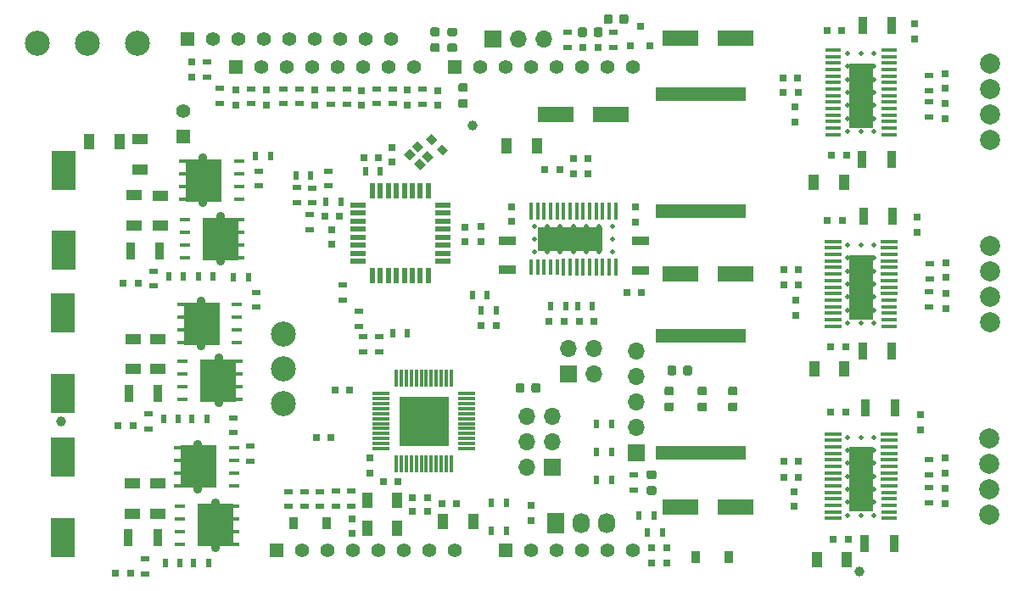
<source format=gts>
G04 #@! TF.GenerationSoftware,KiCad,Pcbnew,(5.1.5-0)*
G04 #@! TF.CreationDate,2020-08-20T14:13:21-04:00*
G04 #@! TF.ProjectId,GrBLDC,4772424c-4443-42e6-9b69-6361645f7063,rev?*
G04 #@! TF.SameCoordinates,PX5a7646cPY8128a60*
G04 #@! TF.FileFunction,Soldermask,Top*
G04 #@! TF.FilePolarity,Negative*
%FSLAX46Y46*%
G04 Gerber Fmt 4.6, Leading zero omitted, Abs format (unit mm)*
G04 Created by KiCad (PCBNEW (5.1.5-0)) date 2020-08-20 14:13:21*
%MOMM*%
%LPD*%
G04 APERTURE LIST*
%ADD10C,0.500000*%
%ADD11R,1.740000X0.440000*%
%ADD12R,1.600000X0.300000*%
%ADD13R,2.400000X6.460000*%
%ADD14R,1.397000X1.397000*%
%ADD15C,1.397000*%
%ADD16R,0.750000X0.800000*%
%ADD17R,9.000000X1.400000*%
%ADD18C,0.150000*%
%ADD19R,1.600000X1.000000*%
%ADD20R,0.800000X0.750000*%
%ADD21R,1.000000X1.600000*%
%ADD22R,2.400300X4.000500*%
%ADD23R,0.500000X0.900000*%
%ADD24R,0.900000X0.500000*%
%ADD25R,0.440000X1.740000*%
%ADD26R,0.300000X1.600000*%
%ADD27R,6.460000X2.400000*%
%ADD28C,0.889000*%
%ADD29R,1.080000X0.450000*%
%ADD30R,0.650000X0.450000*%
%ADD31R,3.540000X4.260000*%
%ADD32R,0.900000X1.700000*%
%ADD33C,2.000000*%
%ADD34R,3.599180X1.600200*%
%ADD35C,2.500000*%
%ADD36R,1.727200X2.032000*%
%ADD37O,1.727200X2.032000*%
%ADD38R,1.600000X0.550000*%
%ADD39R,0.550000X1.600000*%
%ADD40R,0.800100X0.800100*%
%ADD41R,1.700000X0.900000*%
%ADD42O,1.700000X1.700000*%
%ADD43R,1.700000X1.700000*%
%ADD44R,0.300000X1.700000*%
%ADD45R,1.700000X0.300000*%
%ADD46R,5.000000X5.000000*%
%ADD47R,0.900000X1.200000*%
%ADD48C,1.000000*%
G04 APERTURE END LIST*
D10*
X84630900Y26575200D03*
X85930900Y26575200D03*
X84630900Y27875200D03*
X87230900Y27875200D03*
X85930900Y27875200D03*
X84630900Y29175200D03*
X87230900Y29175200D03*
X85930900Y29175200D03*
X87230900Y34375200D03*
X84630900Y34375200D03*
X85930900Y34375200D03*
X87230900Y33075200D03*
X84630900Y33075200D03*
X85930900Y33075200D03*
X84630900Y31775200D03*
X87230900Y31775200D03*
X85930900Y31775200D03*
X84630900Y30475200D03*
X87230900Y30475200D03*
X87230900Y26575200D03*
X85930900Y30475200D03*
D11*
X88730900Y30175200D03*
X88730900Y30825200D03*
X88730900Y31475200D03*
X88730900Y32125200D03*
X83130900Y28225200D03*
D12*
X88730900Y28225200D03*
X88730900Y28875200D03*
D11*
X88730900Y29525200D03*
X83130900Y32775200D03*
X83130900Y32125200D03*
X83130900Y31475200D03*
X83130900Y30825200D03*
X83130900Y30175200D03*
X83130900Y29525200D03*
X88730900Y32775200D03*
X83130900Y28875200D03*
D12*
X88730900Y27575200D03*
D11*
X88730900Y33425200D03*
X83130900Y33425200D03*
X83130900Y27575200D03*
D12*
X88730900Y26925200D03*
D11*
X88730900Y34075200D03*
X83130900Y34075200D03*
X83130900Y26925200D03*
D12*
X88730900Y26275200D03*
D11*
X88730900Y34725200D03*
X83130900Y34725200D03*
X83130900Y26275200D03*
D13*
X85930900Y30175200D03*
D14*
X27571700Y3860800D03*
D15*
X30111700Y3860800D03*
X32651700Y3860800D03*
X35191700Y3860800D03*
X37731700Y3860800D03*
X40271700Y3860800D03*
X42811700Y3860800D03*
X45351700Y3860800D03*
D16*
X43688000Y49797400D03*
X43688000Y48297400D03*
D17*
X69976500Y25349500D03*
X69976500Y13639500D03*
D16*
X53030000Y8360000D03*
X53030000Y6860000D03*
D18*
G36*
X73429691Y20229447D02*
G01*
X73450926Y20226297D01*
X73471750Y20221081D01*
X73491962Y20213849D01*
X73511368Y20204670D01*
X73529781Y20193634D01*
X73547024Y20180846D01*
X73562930Y20166430D01*
X73577346Y20150524D01*
X73590134Y20133281D01*
X73601170Y20114868D01*
X73610349Y20095462D01*
X73617581Y20075250D01*
X73622797Y20054426D01*
X73625947Y20033191D01*
X73627000Y20011750D01*
X73627000Y19574250D01*
X73625947Y19552809D01*
X73622797Y19531574D01*
X73617581Y19510750D01*
X73610349Y19490538D01*
X73601170Y19471132D01*
X73590134Y19452719D01*
X73577346Y19435476D01*
X73562930Y19419570D01*
X73547024Y19405154D01*
X73529781Y19392366D01*
X73511368Y19381330D01*
X73491962Y19372151D01*
X73471750Y19364919D01*
X73450926Y19359703D01*
X73429691Y19356553D01*
X73408250Y19355500D01*
X72895750Y19355500D01*
X72874309Y19356553D01*
X72853074Y19359703D01*
X72832250Y19364919D01*
X72812038Y19372151D01*
X72792632Y19381330D01*
X72774219Y19392366D01*
X72756976Y19405154D01*
X72741070Y19419570D01*
X72726654Y19435476D01*
X72713866Y19452719D01*
X72702830Y19471132D01*
X72693651Y19490538D01*
X72686419Y19510750D01*
X72681203Y19531574D01*
X72678053Y19552809D01*
X72677000Y19574250D01*
X72677000Y20011750D01*
X72678053Y20033191D01*
X72681203Y20054426D01*
X72686419Y20075250D01*
X72693651Y20095462D01*
X72702830Y20114868D01*
X72713866Y20133281D01*
X72726654Y20150524D01*
X72741070Y20166430D01*
X72756976Y20180846D01*
X72774219Y20193634D01*
X72792632Y20204670D01*
X72812038Y20213849D01*
X72832250Y20221081D01*
X72853074Y20226297D01*
X72874309Y20229447D01*
X72895750Y20230500D01*
X73408250Y20230500D01*
X73429691Y20229447D01*
G37*
G36*
X73429691Y18654447D02*
G01*
X73450926Y18651297D01*
X73471750Y18646081D01*
X73491962Y18638849D01*
X73511368Y18629670D01*
X73529781Y18618634D01*
X73547024Y18605846D01*
X73562930Y18591430D01*
X73577346Y18575524D01*
X73590134Y18558281D01*
X73601170Y18539868D01*
X73610349Y18520462D01*
X73617581Y18500250D01*
X73622797Y18479426D01*
X73625947Y18458191D01*
X73627000Y18436750D01*
X73627000Y17999250D01*
X73625947Y17977809D01*
X73622797Y17956574D01*
X73617581Y17935750D01*
X73610349Y17915538D01*
X73601170Y17896132D01*
X73590134Y17877719D01*
X73577346Y17860476D01*
X73562930Y17844570D01*
X73547024Y17830154D01*
X73529781Y17817366D01*
X73511368Y17806330D01*
X73491962Y17797151D01*
X73471750Y17789919D01*
X73450926Y17784703D01*
X73429691Y17781553D01*
X73408250Y17780500D01*
X72895750Y17780500D01*
X72874309Y17781553D01*
X72853074Y17784703D01*
X72832250Y17789919D01*
X72812038Y17797151D01*
X72792632Y17806330D01*
X72774219Y17817366D01*
X72756976Y17830154D01*
X72741070Y17844570D01*
X72726654Y17860476D01*
X72713866Y17877719D01*
X72702830Y17896132D01*
X72693651Y17915538D01*
X72686419Y17935750D01*
X72681203Y17956574D01*
X72678053Y17977809D01*
X72677000Y17999250D01*
X72677000Y18436750D01*
X72678053Y18458191D01*
X72681203Y18479426D01*
X72686419Y18500250D01*
X72693651Y18520462D01*
X72702830Y18539868D01*
X72713866Y18558281D01*
X72726654Y18575524D01*
X72741070Y18591430D01*
X72756976Y18605846D01*
X72774219Y18618634D01*
X72792632Y18629670D01*
X72812038Y18638849D01*
X72832250Y18646081D01*
X72853074Y18651297D01*
X72874309Y18654447D01*
X72895750Y18655500D01*
X73408250Y18655500D01*
X73429691Y18654447D01*
G37*
G36*
X70381691Y20221947D02*
G01*
X70402926Y20218797D01*
X70423750Y20213581D01*
X70443962Y20206349D01*
X70463368Y20197170D01*
X70481781Y20186134D01*
X70499024Y20173346D01*
X70514930Y20158930D01*
X70529346Y20143024D01*
X70542134Y20125781D01*
X70553170Y20107368D01*
X70562349Y20087962D01*
X70569581Y20067750D01*
X70574797Y20046926D01*
X70577947Y20025691D01*
X70579000Y20004250D01*
X70579000Y19566750D01*
X70577947Y19545309D01*
X70574797Y19524074D01*
X70569581Y19503250D01*
X70562349Y19483038D01*
X70553170Y19463632D01*
X70542134Y19445219D01*
X70529346Y19427976D01*
X70514930Y19412070D01*
X70499024Y19397654D01*
X70481781Y19384866D01*
X70463368Y19373830D01*
X70443962Y19364651D01*
X70423750Y19357419D01*
X70402926Y19352203D01*
X70381691Y19349053D01*
X70360250Y19348000D01*
X69847750Y19348000D01*
X69826309Y19349053D01*
X69805074Y19352203D01*
X69784250Y19357419D01*
X69764038Y19364651D01*
X69744632Y19373830D01*
X69726219Y19384866D01*
X69708976Y19397654D01*
X69693070Y19412070D01*
X69678654Y19427976D01*
X69665866Y19445219D01*
X69654830Y19463632D01*
X69645651Y19483038D01*
X69638419Y19503250D01*
X69633203Y19524074D01*
X69630053Y19545309D01*
X69629000Y19566750D01*
X69629000Y20004250D01*
X69630053Y20025691D01*
X69633203Y20046926D01*
X69638419Y20067750D01*
X69645651Y20087962D01*
X69654830Y20107368D01*
X69665866Y20125781D01*
X69678654Y20143024D01*
X69693070Y20158930D01*
X69708976Y20173346D01*
X69726219Y20186134D01*
X69744632Y20197170D01*
X69764038Y20206349D01*
X69784250Y20213581D01*
X69805074Y20218797D01*
X69826309Y20221947D01*
X69847750Y20223000D01*
X70360250Y20223000D01*
X70381691Y20221947D01*
G37*
G36*
X70381691Y18646947D02*
G01*
X70402926Y18643797D01*
X70423750Y18638581D01*
X70443962Y18631349D01*
X70463368Y18622170D01*
X70481781Y18611134D01*
X70499024Y18598346D01*
X70514930Y18583930D01*
X70529346Y18568024D01*
X70542134Y18550781D01*
X70553170Y18532368D01*
X70562349Y18512962D01*
X70569581Y18492750D01*
X70574797Y18471926D01*
X70577947Y18450691D01*
X70579000Y18429250D01*
X70579000Y17991750D01*
X70577947Y17970309D01*
X70574797Y17949074D01*
X70569581Y17928250D01*
X70562349Y17908038D01*
X70553170Y17888632D01*
X70542134Y17870219D01*
X70529346Y17852976D01*
X70514930Y17837070D01*
X70499024Y17822654D01*
X70481781Y17809866D01*
X70463368Y17798830D01*
X70443962Y17789651D01*
X70423750Y17782419D01*
X70402926Y17777203D01*
X70381691Y17774053D01*
X70360250Y17773000D01*
X69847750Y17773000D01*
X69826309Y17774053D01*
X69805074Y17777203D01*
X69784250Y17782419D01*
X69764038Y17789651D01*
X69744632Y17798830D01*
X69726219Y17809866D01*
X69708976Y17822654D01*
X69693070Y17837070D01*
X69678654Y17852976D01*
X69665866Y17870219D01*
X69654830Y17888632D01*
X69645651Y17908038D01*
X69638419Y17928250D01*
X69633203Y17949074D01*
X69630053Y17970309D01*
X69629000Y17991750D01*
X69629000Y18429250D01*
X69630053Y18450691D01*
X69633203Y18471926D01*
X69638419Y18492750D01*
X69645651Y18512962D01*
X69654830Y18532368D01*
X69665866Y18550781D01*
X69678654Y18568024D01*
X69693070Y18583930D01*
X69708976Y18598346D01*
X69726219Y18611134D01*
X69744632Y18622170D01*
X69764038Y18631349D01*
X69784250Y18638581D01*
X69805074Y18643797D01*
X69826309Y18646947D01*
X69847750Y18648000D01*
X70360250Y18648000D01*
X70381691Y18646947D01*
G37*
G36*
X67079691Y18654447D02*
G01*
X67100926Y18651297D01*
X67121750Y18646081D01*
X67141962Y18638849D01*
X67161368Y18629670D01*
X67179781Y18618634D01*
X67197024Y18605846D01*
X67212930Y18591430D01*
X67227346Y18575524D01*
X67240134Y18558281D01*
X67251170Y18539868D01*
X67260349Y18520462D01*
X67267581Y18500250D01*
X67272797Y18479426D01*
X67275947Y18458191D01*
X67277000Y18436750D01*
X67277000Y17999250D01*
X67275947Y17977809D01*
X67272797Y17956574D01*
X67267581Y17935750D01*
X67260349Y17915538D01*
X67251170Y17896132D01*
X67240134Y17877719D01*
X67227346Y17860476D01*
X67212930Y17844570D01*
X67197024Y17830154D01*
X67179781Y17817366D01*
X67161368Y17806330D01*
X67141962Y17797151D01*
X67121750Y17789919D01*
X67100926Y17784703D01*
X67079691Y17781553D01*
X67058250Y17780500D01*
X66545750Y17780500D01*
X66524309Y17781553D01*
X66503074Y17784703D01*
X66482250Y17789919D01*
X66462038Y17797151D01*
X66442632Y17806330D01*
X66424219Y17817366D01*
X66406976Y17830154D01*
X66391070Y17844570D01*
X66376654Y17860476D01*
X66363866Y17877719D01*
X66352830Y17896132D01*
X66343651Y17915538D01*
X66336419Y17935750D01*
X66331203Y17956574D01*
X66328053Y17977809D01*
X66327000Y17999250D01*
X66327000Y18436750D01*
X66328053Y18458191D01*
X66331203Y18479426D01*
X66336419Y18500250D01*
X66343651Y18520462D01*
X66352830Y18539868D01*
X66363866Y18558281D01*
X66376654Y18575524D01*
X66391070Y18591430D01*
X66406976Y18605846D01*
X66424219Y18618634D01*
X66442632Y18629670D01*
X66462038Y18638849D01*
X66482250Y18646081D01*
X66503074Y18651297D01*
X66524309Y18654447D01*
X66545750Y18655500D01*
X67058250Y18655500D01*
X67079691Y18654447D01*
G37*
G36*
X67079691Y20229447D02*
G01*
X67100926Y20226297D01*
X67121750Y20221081D01*
X67141962Y20213849D01*
X67161368Y20204670D01*
X67179781Y20193634D01*
X67197024Y20180846D01*
X67212930Y20166430D01*
X67227346Y20150524D01*
X67240134Y20133281D01*
X67251170Y20114868D01*
X67260349Y20095462D01*
X67267581Y20075250D01*
X67272797Y20054426D01*
X67275947Y20033191D01*
X67277000Y20011750D01*
X67277000Y19574250D01*
X67275947Y19552809D01*
X67272797Y19531574D01*
X67267581Y19510750D01*
X67260349Y19490538D01*
X67251170Y19471132D01*
X67240134Y19452719D01*
X67227346Y19435476D01*
X67212930Y19419570D01*
X67197024Y19405154D01*
X67179781Y19392366D01*
X67161368Y19381330D01*
X67141962Y19372151D01*
X67121750Y19364919D01*
X67100926Y19359703D01*
X67079691Y19356553D01*
X67058250Y19355500D01*
X66545750Y19355500D01*
X66524309Y19356553D01*
X66503074Y19359703D01*
X66482250Y19364919D01*
X66462038Y19372151D01*
X66442632Y19381330D01*
X66424219Y19392366D01*
X66406976Y19405154D01*
X66391070Y19419570D01*
X66376654Y19435476D01*
X66363866Y19452719D01*
X66352830Y19471132D01*
X66343651Y19490538D01*
X66336419Y19510750D01*
X66331203Y19531574D01*
X66328053Y19552809D01*
X66327000Y19574250D01*
X66327000Y20011750D01*
X66328053Y20033191D01*
X66331203Y20054426D01*
X66336419Y20075250D01*
X66343651Y20095462D01*
X66352830Y20114868D01*
X66363866Y20133281D01*
X66376654Y20150524D01*
X66391070Y20166430D01*
X66406976Y20180846D01*
X66424219Y20193634D01*
X66442632Y20204670D01*
X66462038Y20213849D01*
X66482250Y20221081D01*
X66503074Y20226297D01*
X66524309Y20229447D01*
X66545750Y20230500D01*
X67058250Y20230500D01*
X67079691Y20229447D01*
G37*
D16*
X35110000Y5540000D03*
X35110000Y7040000D03*
D19*
X13271500Y24969600D03*
X13271500Y21969600D03*
D20*
X41160000Y7747000D03*
X42660000Y7747000D03*
X49500000Y26340000D03*
X48000000Y26340000D03*
D16*
X91300300Y54952200D03*
X91300300Y56452200D03*
X91528900Y35660900D03*
X91528900Y37160900D03*
X91871800Y15912400D03*
X91871800Y17412400D03*
D20*
X62539180Y29654500D03*
X64039180Y29654500D03*
D16*
X94315280Y46999460D03*
X94315280Y48499460D03*
X94404180Y28053600D03*
X94404180Y29553600D03*
X94338140Y8541320D03*
X94338140Y10041320D03*
D20*
X54830280Y26771600D03*
X56330280Y26771600D03*
D16*
X94315280Y51496660D03*
X94315280Y49996660D03*
X94378780Y32627000D03*
X94378780Y31127000D03*
X94338140Y13102020D03*
X94338140Y11602020D03*
D20*
X59302080Y26771600D03*
X57802080Y26771600D03*
X79629700Y51041300D03*
X78129700Y51041300D03*
X79713520Y31884620D03*
X78213520Y31884620D03*
X79721140Y12786360D03*
X78221140Y12786360D03*
D16*
X58717180Y41477500D03*
X58717180Y42977500D03*
D20*
X79642400Y49618900D03*
X78142400Y49618900D03*
D16*
X79324200Y48184500D03*
X79324200Y46684500D03*
D20*
X79700820Y30360620D03*
X78200820Y30360620D03*
D16*
X79395320Y28850020D03*
X79395320Y27350020D03*
D20*
X79708440Y11198860D03*
X78208440Y11198860D03*
D16*
X79291180Y9767000D03*
X79291180Y8267000D03*
X57269380Y41477500D03*
X57269380Y42977500D03*
D20*
X55885780Y41871900D03*
X54385780Y41871900D03*
X82536600Y55778400D03*
X84036600Y55778400D03*
X82920140Y24218900D03*
X84420140Y24218900D03*
X82892200Y17716500D03*
X84392200Y17716500D03*
D16*
X51033680Y38215000D03*
X51033680Y36715000D03*
X36080700Y49810100D03*
X36080700Y48310100D03*
X26631900Y49822800D03*
X26631900Y48322800D03*
X40690800Y49822800D03*
X40690800Y48322800D03*
X31450000Y49820000D03*
X31450000Y48320000D03*
X23558500Y48322800D03*
X23558500Y49822800D03*
D20*
X82574700Y36804600D03*
X84074700Y36804600D03*
X83146200Y5016500D03*
X84646200Y5016500D03*
D16*
X63466980Y38176900D03*
X63466980Y36676900D03*
D20*
X39741540Y10749280D03*
X38241540Y10749280D03*
D21*
X39638100Y8859520D03*
X36638100Y8859520D03*
D16*
X36890000Y13120000D03*
X36890000Y11620000D03*
D20*
X33430000Y19930000D03*
X34930000Y19930000D03*
X33070000Y15150000D03*
X31570000Y15150000D03*
D16*
X65020000Y2620000D03*
X65020000Y4120000D03*
D21*
X36640000Y6050000D03*
X39640000Y6050000D03*
D16*
X66560000Y2630000D03*
X66560000Y4130000D03*
D22*
X6362700Y41846500D03*
X6362700Y33845500D03*
D21*
X81258280Y21996400D03*
X84258280Y21996400D03*
D19*
X15760700Y24969600D03*
X15760700Y21969600D03*
X13220700Y10542400D03*
X13220700Y7542400D03*
D22*
X6311900Y27571700D03*
X6311900Y19570700D03*
D19*
X16014700Y39295200D03*
X16014700Y36295200D03*
X13373100Y39346000D03*
X13373100Y36346000D03*
D22*
X6311900Y13195300D03*
X6311900Y5194300D03*
D21*
X50587780Y44234100D03*
X53587780Y44234100D03*
D19*
X15760700Y10542400D03*
X15760700Y7542400D03*
D20*
X82968400Y43370500D03*
X84468400Y43370500D03*
X59678000Y54102000D03*
X58178000Y54102000D03*
X41160000Y9144000D03*
X42660000Y9144000D03*
D23*
X47140000Y29390000D03*
X48640000Y29390000D03*
X49510000Y27850000D03*
X48010000Y27850000D03*
D24*
X92692220Y47141700D03*
X92692220Y48641700D03*
X92753180Y28180600D03*
X92753180Y29680600D03*
X92710000Y8655620D03*
X92710000Y10155620D03*
D23*
X54976330Y28301950D03*
X56476330Y28301950D03*
D24*
X92692220Y51296000D03*
X92692220Y49796000D03*
X92765880Y32474600D03*
X92765880Y30974600D03*
X92710000Y12959780D03*
X92710000Y11459780D03*
D23*
X59136980Y28282900D03*
X57636980Y28282900D03*
D24*
X61214000Y54114000D03*
X61214000Y55614000D03*
X56642000Y55614000D03*
X56642000Y54114000D03*
X32994600Y48437100D03*
X32994600Y49937100D03*
X42202100Y48449800D03*
X42202100Y49949800D03*
X34607500Y48449800D03*
X34607500Y49949800D03*
X25082500Y48475200D03*
X25082500Y49975200D03*
D23*
X61020000Y16520000D03*
X59520000Y16520000D03*
D24*
X39179500Y49975200D03*
X39179500Y48475200D03*
X29883100Y49975200D03*
X29883100Y48475200D03*
X21932900Y50000600D03*
X21932900Y48500600D03*
D23*
X61032000Y13726000D03*
X59532000Y13726000D03*
X61044000Y10932000D03*
X59544000Y10932000D03*
D24*
X37579300Y49975200D03*
X37579300Y48475200D03*
X28257500Y49975200D03*
X28257500Y48475200D03*
X20700000Y51130000D03*
X20700000Y52630000D03*
X23253700Y17133000D03*
X23253700Y15633000D03*
X25010000Y12800000D03*
X25010000Y14300000D03*
D23*
X20828700Y2641600D03*
X19328700Y2641600D03*
X64640000Y5660000D03*
X66140000Y5660000D03*
X17983900Y2641600D03*
X16483900Y2641600D03*
X23316500Y31191200D03*
X24816500Y31191200D03*
D24*
X25539700Y28155200D03*
X25539700Y29655200D03*
D23*
X20676300Y17018000D03*
X19176300Y17018000D03*
X21285900Y31242000D03*
X19785900Y31242000D03*
X27013600Y43294300D03*
X25513600Y43294300D03*
D24*
X25793700Y40258300D03*
X25793700Y41758300D03*
D23*
X17831500Y17018000D03*
X16331500Y17018000D03*
X18339500Y31242000D03*
X16839500Y31242000D03*
X65290000Y7340000D03*
X63790000Y7340000D03*
D24*
X63246000Y9930000D03*
X63246000Y11430000D03*
D10*
X84628200Y45701400D03*
X85928200Y45701400D03*
X84628200Y47001400D03*
X87228200Y47001400D03*
X85928200Y47001400D03*
X84628200Y48301400D03*
X87228200Y48301400D03*
X85928200Y48301400D03*
X87228200Y53501400D03*
X84628200Y53501400D03*
X85928200Y53501400D03*
X87228200Y52201400D03*
X84628200Y52201400D03*
X85928200Y52201400D03*
X84628200Y50901400D03*
X87228200Y50901400D03*
X85928200Y50901400D03*
X84628200Y49601400D03*
X87228200Y49601400D03*
X87228200Y45701400D03*
X85928200Y49601400D03*
D12*
X88728200Y49301400D03*
X88728200Y49951400D03*
X88728200Y50601400D03*
X88728200Y51251400D03*
X83128200Y47351400D03*
X88728200Y47351400D03*
X88728200Y48001400D03*
X88728200Y48651400D03*
X83128200Y51901400D03*
X83128200Y51251400D03*
X83128200Y50601400D03*
X83128200Y49951400D03*
X83128200Y49301400D03*
X83128200Y48651400D03*
X88728200Y51901400D03*
X83128200Y48001400D03*
X88728200Y46701400D03*
X88728200Y52551400D03*
X83128200Y52551400D03*
X83128200Y46701400D03*
X88728200Y46051400D03*
X88728200Y53201400D03*
X83128200Y53201400D03*
X83128200Y46051400D03*
X88728200Y45401400D03*
X88728200Y53851400D03*
X83128200Y53851400D03*
X83128200Y45401400D03*
D13*
X85928200Y49301400D03*
D10*
X84625800Y7372800D03*
X85925800Y7372800D03*
X84625800Y8672800D03*
X87225800Y8672800D03*
X85925800Y8672800D03*
X84625800Y9972800D03*
X87225800Y9972800D03*
X85925800Y9972800D03*
X87225800Y15172800D03*
X84625800Y15172800D03*
X85925800Y15172800D03*
X87225800Y13872800D03*
X84625800Y13872800D03*
X85925800Y13872800D03*
X84625800Y12572800D03*
X87225800Y12572800D03*
X85925800Y12572800D03*
X84625800Y11272800D03*
X87225800Y11272800D03*
X87225800Y7372800D03*
X85925800Y11272800D03*
D11*
X88725800Y10972800D03*
X88725800Y11622800D03*
X88725800Y12272800D03*
X88725800Y12922800D03*
X83125800Y9022800D03*
D12*
X88725800Y9022800D03*
X88725800Y9672800D03*
D11*
X88725800Y10322800D03*
X83125800Y13572800D03*
X83125800Y12922800D03*
X83125800Y12272800D03*
X83125800Y11622800D03*
X83125800Y10972800D03*
X83125800Y10322800D03*
X88725800Y13572800D03*
X83125800Y9672800D03*
D12*
X88725800Y8372800D03*
D11*
X88725800Y14222800D03*
X83125800Y14222800D03*
X83125800Y8372800D03*
D12*
X88725800Y7722800D03*
D11*
X88725800Y14872800D03*
X83125800Y14872800D03*
X83125800Y7722800D03*
D12*
X88725800Y7072800D03*
D11*
X88725800Y15522800D03*
X83125800Y15522800D03*
X83125800Y7072800D03*
D13*
X85925800Y10972800D03*
D10*
X53313780Y36263100D03*
X53313780Y34963100D03*
X54613780Y36263100D03*
X54613780Y33663100D03*
X54613780Y34963100D03*
X55913780Y36263100D03*
X55913780Y33663100D03*
X55913780Y34963100D03*
X61113780Y33663100D03*
X61113780Y36263100D03*
X61113780Y34963100D03*
X59813780Y33663100D03*
X59813780Y36263100D03*
X59813780Y34963100D03*
X58513780Y36263100D03*
X58513780Y33663100D03*
X58513780Y34963100D03*
X57213780Y36263100D03*
X57213780Y33663100D03*
X53313780Y33663100D03*
X57213780Y34963100D03*
D25*
X56913780Y32163100D03*
X57563780Y32163100D03*
X58213780Y32163100D03*
X58863780Y32163100D03*
X54963780Y37763100D03*
D26*
X54963780Y32163100D03*
X55613780Y32163100D03*
D25*
X56263780Y32163100D03*
X59513780Y37763100D03*
X58863780Y37763100D03*
X58213780Y37763100D03*
X57563780Y37763100D03*
X56913780Y37763100D03*
X56263780Y37763100D03*
X59513780Y32163100D03*
X55613780Y37763100D03*
D26*
X54313780Y32163100D03*
D25*
X60163780Y32163100D03*
X60163780Y37763100D03*
X54313780Y37763100D03*
D26*
X53663780Y32163100D03*
D25*
X60813780Y32163100D03*
X60813780Y37763100D03*
X53663780Y37763100D03*
D26*
X53013780Y32163100D03*
D25*
X61463780Y32163100D03*
X61463780Y37763100D03*
X53013780Y37763100D03*
D27*
X56913780Y34963100D03*
D14*
X50431700Y3860800D03*
D15*
X52971700Y3860800D03*
X55511700Y3860800D03*
X58051700Y3860800D03*
X60591700Y3860800D03*
X63131700Y3860800D03*
D14*
X18732500Y54940200D03*
D15*
X21272500Y54940200D03*
X23812500Y54940200D03*
X26352500Y54940200D03*
X28892500Y54940200D03*
X31432500Y54940200D03*
X33972500Y54940200D03*
X36512500Y54940200D03*
X39052500Y54940200D03*
D14*
X23507700Y52120800D03*
D15*
X26047700Y52120800D03*
X28587700Y52120800D03*
X31127700Y52120800D03*
X33667700Y52120800D03*
X36207700Y52120800D03*
X38747700Y52120800D03*
X41287700Y52120800D03*
D14*
X45351700Y52120800D03*
D15*
X47891700Y52120800D03*
X50431700Y52120800D03*
X52971700Y52120800D03*
X55511700Y52120800D03*
X58051700Y52120800D03*
X60591700Y52120800D03*
X63131700Y52120800D03*
D14*
X18270000Y45230000D03*
D15*
X18270000Y47770000D03*
D28*
X19719100Y9992800D03*
X19719100Y14492800D03*
X18469100Y13742800D03*
X19719100Y12992800D03*
X19719100Y11492800D03*
X20969100Y10742800D03*
X18469100Y10742800D03*
X18469100Y12242800D03*
X20969100Y12242800D03*
X20969100Y13742800D03*
D29*
X23339100Y10337800D03*
X23339100Y11607800D03*
X23339100Y12877800D03*
D30*
X17699100Y11607800D03*
X17699100Y12877800D03*
X17699100Y14147800D03*
D29*
X23339100Y14147800D03*
D31*
X19794100Y12242800D03*
D30*
X17699100Y10337800D03*
D28*
X21555900Y8650800D03*
X21555900Y4150800D03*
X22805900Y4900800D03*
X21555900Y5650800D03*
X21555900Y7150800D03*
X20305900Y7900800D03*
X22805900Y7900800D03*
X22805900Y6400800D03*
X20305900Y6400800D03*
X20305900Y4900800D03*
D29*
X17935900Y8305800D03*
X17935900Y7035800D03*
X17935900Y5765800D03*
D30*
X23575900Y7035800D03*
X23575900Y5765800D03*
X23575900Y4495800D03*
D29*
X17935900Y4495800D03*
D31*
X21480900Y6400800D03*
D30*
X23575900Y8305800D03*
D28*
X20049300Y24267600D03*
X20049300Y28767600D03*
X18799300Y28017600D03*
X20049300Y27267600D03*
X20049300Y25767600D03*
X21299300Y25017600D03*
X18799300Y25017600D03*
X18799300Y26517600D03*
X21299300Y26517600D03*
X21299300Y28017600D03*
D29*
X23669300Y24612600D03*
X23669300Y25882600D03*
X23669300Y27152600D03*
D30*
X18029300Y25882600D03*
X18029300Y27152600D03*
X18029300Y28422600D03*
D29*
X23669300Y28422600D03*
D31*
X20124300Y26517600D03*
D30*
X18029300Y24612600D03*
D28*
X21860700Y23078000D03*
X21860700Y18578000D03*
X23110700Y19328000D03*
X21860700Y20078000D03*
X21860700Y21578000D03*
X20610700Y22328000D03*
X23110700Y22328000D03*
X23110700Y20828000D03*
X20610700Y20828000D03*
X20610700Y19328000D03*
D29*
X18240700Y22733000D03*
X18240700Y21463000D03*
X18240700Y20193000D03*
D30*
X23880700Y21463000D03*
X23880700Y20193000D03*
X23880700Y18923000D03*
D29*
X18240700Y18923000D03*
D31*
X21785700Y20828000D03*
D30*
X23880700Y22733000D03*
D28*
X20227100Y38593200D03*
X20227100Y43093200D03*
X18977100Y42343200D03*
X20227100Y41593200D03*
X20227100Y40093200D03*
X21477100Y39343200D03*
X18977100Y39343200D03*
X18977100Y40843200D03*
X21477100Y40843200D03*
X21477100Y42343200D03*
D29*
X23847100Y38938200D03*
X23847100Y40208200D03*
X23847100Y41478200D03*
D30*
X18207100Y40208200D03*
X18207100Y41478200D03*
X18207100Y42748200D03*
D29*
X23847100Y42748200D03*
D31*
X20302100Y40843200D03*
D30*
X18207100Y38938200D03*
D28*
X22063900Y37251200D03*
X22063900Y32751200D03*
X23313900Y33501200D03*
X22063900Y34251200D03*
X22063900Y35751200D03*
X20813900Y36501200D03*
X23313900Y36501200D03*
X23313900Y35001200D03*
X20813900Y35001200D03*
X20813900Y33501200D03*
D29*
X18443900Y36906200D03*
X18443900Y35636200D03*
X18443900Y34366200D03*
D30*
X24083900Y35636200D03*
X24083900Y34366200D03*
X24083900Y33096200D03*
D29*
X18443900Y33096200D03*
D31*
X21988900Y35001200D03*
D30*
X24083900Y36906200D03*
D32*
X12837500Y5181600D03*
X15737500Y5181600D03*
X12888300Y19558000D03*
X15788300Y19558000D03*
X13040700Y33782000D03*
X15940700Y33782000D03*
D21*
X8938000Y44704000D03*
X11938000Y44704000D03*
D19*
X13970000Y41934000D03*
X13970000Y44934000D03*
D33*
X98729800Y12545300D03*
X98729800Y15085300D03*
X98729800Y10005300D03*
X98729800Y7465300D03*
X98823780Y49959260D03*
X98823780Y52499260D03*
X98823780Y47419260D03*
X98823780Y44879260D03*
X98795840Y31742380D03*
X98795840Y34282380D03*
X98795840Y29202380D03*
X98795840Y26662380D03*
D34*
X73439020Y54991000D03*
X67937380Y54991000D03*
X73426320Y31521400D03*
X67924680Y31521400D03*
X73426320Y8204200D03*
X67924680Y8204200D03*
X60934600Y47434500D03*
X55432960Y47434500D03*
D17*
X69976500Y49428700D03*
X69976500Y37718700D03*
D21*
X81537680Y2997200D03*
X84537680Y2997200D03*
X81215100Y40614600D03*
X84215100Y40614600D03*
D35*
X13695700Y54533800D03*
X8695700Y54533800D03*
X3695700Y54533800D03*
X28257500Y18503900D03*
X28257500Y22003900D03*
X28257500Y25503900D03*
D23*
X50534000Y8636000D03*
X49034000Y8636000D03*
X50534000Y5842000D03*
X49034000Y5842000D03*
D36*
X55500000Y6610000D03*
D37*
X58040000Y6610000D03*
X60580000Y6610000D03*
D16*
X19180000Y51120000D03*
X19180000Y52620000D03*
D38*
X44211820Y32762540D03*
X44211820Y33562540D03*
X44211820Y34362540D03*
X44211820Y35162540D03*
X44211820Y35962540D03*
X44211820Y36762540D03*
X44211820Y37562540D03*
X44211820Y38362540D03*
D39*
X42761820Y39812540D03*
X41961820Y39812540D03*
X41161820Y39812540D03*
X40361820Y39812540D03*
X39561820Y39812540D03*
X38761820Y39812540D03*
X37961820Y39812540D03*
X37161820Y39812540D03*
D38*
X35711820Y38362540D03*
X35711820Y37562540D03*
X35711820Y36762540D03*
X35711820Y35962540D03*
X35711820Y35162540D03*
X35711820Y34362540D03*
X35711820Y33562540D03*
X35711820Y32762540D03*
D39*
X37161820Y31312540D03*
X37961820Y31312540D03*
X38761820Y31312540D03*
X39561820Y31312540D03*
X40361820Y31312540D03*
X41161820Y31312540D03*
X41961820Y31312540D03*
X42761820Y31312540D03*
D18*
G36*
X43267924Y43165579D02*
G01*
X42702238Y42599893D01*
X42065842Y43236289D01*
X42631528Y43801975D01*
X43267924Y43165579D01*
G37*
G36*
X42277975Y44155528D02*
G01*
X41712289Y43589842D01*
X41075893Y44226238D01*
X41641579Y44791924D01*
X42277975Y44155528D01*
G37*
G36*
X41500158Y43377711D02*
G01*
X40934472Y42812025D01*
X40298076Y43448421D01*
X40863762Y44014107D01*
X41500158Y43377711D01*
G37*
G36*
X42490107Y42387762D02*
G01*
X41924421Y41822076D01*
X41288025Y42458472D01*
X41853711Y43024158D01*
X42490107Y42387762D01*
G37*
D20*
X11540000Y1630000D03*
X13040000Y1630000D03*
X11820000Y16320000D03*
X13320000Y16320000D03*
X12270040Y30573980D03*
X13770040Y30573980D03*
D24*
X34230000Y28850000D03*
X34230000Y30350000D03*
X32800000Y41770000D03*
X32800000Y40270000D03*
X31940000Y9770000D03*
X31940000Y8270000D03*
X30380000Y9770000D03*
X30380000Y8270000D03*
D23*
X40690000Y25600000D03*
X39190000Y25600000D03*
D24*
X35850000Y27770000D03*
X35850000Y26270000D03*
X29610000Y38590000D03*
X29610000Y40090000D03*
D23*
X29540000Y41330000D03*
X31040000Y41330000D03*
D24*
X33520000Y8290000D03*
X33520000Y9790000D03*
X37860000Y25200000D03*
X37860000Y23700000D03*
X31180000Y38580000D03*
X31180000Y40080000D03*
X14500000Y3050000D03*
X14500000Y1550000D03*
X35080000Y9790000D03*
X35080000Y8290000D03*
X14840000Y17490000D03*
X14840000Y15990000D03*
X36230000Y23690000D03*
X36230000Y25190000D03*
X15318740Y31768480D03*
X15318740Y30268480D03*
X30950000Y35930000D03*
X30950000Y37430000D03*
D18*
G36*
X43606822Y43873848D02*
G01*
X44137152Y44404178D01*
X44702838Y43838492D01*
X44172508Y43308162D01*
X43606822Y43873848D01*
G37*
G36*
X42546162Y44934508D02*
G01*
X43076492Y45464838D01*
X43642178Y44899152D01*
X43111848Y44368822D01*
X42546162Y44934508D01*
G37*
D16*
X39160000Y44130000D03*
X39160000Y42630000D03*
D20*
X32410000Y37270000D03*
X33910000Y37270000D03*
D16*
X33150000Y34410000D03*
X33150000Y35910000D03*
X46367700Y36175380D03*
X46367700Y34675380D03*
X47993300Y36195700D03*
X47993300Y34695700D03*
D20*
X36310000Y43120000D03*
X37810000Y43120000D03*
X45581000Y8509000D03*
X44081000Y8509000D03*
D21*
X44220000Y6731000D03*
X47220000Y6731000D03*
D40*
X62950000Y54250000D03*
X64850000Y54250000D03*
X63900000Y56248980D03*
D32*
X89003800Y56273700D03*
X86103800Y56273700D03*
X89092700Y37287200D03*
X86192700Y37287200D03*
X89308600Y18097500D03*
X86408600Y18097500D03*
D41*
X63898780Y31849400D03*
X63898780Y34749400D03*
D32*
X88953000Y42951400D03*
X86053000Y42951400D03*
X89029200Y23799800D03*
X86129200Y23799800D03*
X89214620Y4597400D03*
X86314620Y4597400D03*
D41*
X50601880Y31900200D03*
X50601880Y34800200D03*
D23*
X36460000Y41700000D03*
X37960000Y41700000D03*
X32560000Y38690000D03*
X34060000Y38690000D03*
D24*
X28810000Y8260000D03*
X28810000Y9760000D03*
D42*
X52578000Y17272000D03*
X55118000Y17272000D03*
X52578000Y14732000D03*
X55118000Y14732000D03*
X52578000Y12192000D03*
D43*
X55118000Y12192000D03*
X56720000Y21470000D03*
D42*
X56720000Y24010000D03*
X59260000Y21470000D03*
X59260000Y24010000D03*
D43*
X49200000Y54950000D03*
D42*
X51740000Y54950000D03*
X54280000Y54950000D03*
D18*
G36*
X65307691Y10301447D02*
G01*
X65328926Y10298297D01*
X65349750Y10293081D01*
X65369962Y10285849D01*
X65389368Y10276670D01*
X65407781Y10265634D01*
X65425024Y10252846D01*
X65440930Y10238430D01*
X65455346Y10222524D01*
X65468134Y10205281D01*
X65479170Y10186868D01*
X65488349Y10167462D01*
X65495581Y10147250D01*
X65500797Y10126426D01*
X65503947Y10105191D01*
X65505000Y10083750D01*
X65505000Y9646250D01*
X65503947Y9624809D01*
X65500797Y9603574D01*
X65495581Y9582750D01*
X65488349Y9562538D01*
X65479170Y9543132D01*
X65468134Y9524719D01*
X65455346Y9507476D01*
X65440930Y9491570D01*
X65425024Y9477154D01*
X65407781Y9464366D01*
X65389368Y9453330D01*
X65369962Y9444151D01*
X65349750Y9436919D01*
X65328926Y9431703D01*
X65307691Y9428553D01*
X65286250Y9427500D01*
X64773750Y9427500D01*
X64752309Y9428553D01*
X64731074Y9431703D01*
X64710250Y9436919D01*
X64690038Y9444151D01*
X64670632Y9453330D01*
X64652219Y9464366D01*
X64634976Y9477154D01*
X64619070Y9491570D01*
X64604654Y9507476D01*
X64591866Y9524719D01*
X64580830Y9543132D01*
X64571651Y9562538D01*
X64564419Y9582750D01*
X64559203Y9603574D01*
X64556053Y9624809D01*
X64555000Y9646250D01*
X64555000Y10083750D01*
X64556053Y10105191D01*
X64559203Y10126426D01*
X64564419Y10147250D01*
X64571651Y10167462D01*
X64580830Y10186868D01*
X64591866Y10205281D01*
X64604654Y10222524D01*
X64619070Y10238430D01*
X64634976Y10252846D01*
X64652219Y10265634D01*
X64670632Y10276670D01*
X64690038Y10285849D01*
X64710250Y10293081D01*
X64731074Y10298297D01*
X64752309Y10301447D01*
X64773750Y10302500D01*
X65286250Y10302500D01*
X65307691Y10301447D01*
G37*
G36*
X65307691Y11876447D02*
G01*
X65328926Y11873297D01*
X65349750Y11868081D01*
X65369962Y11860849D01*
X65389368Y11851670D01*
X65407781Y11840634D01*
X65425024Y11827846D01*
X65440930Y11813430D01*
X65455346Y11797524D01*
X65468134Y11780281D01*
X65479170Y11761868D01*
X65488349Y11742462D01*
X65495581Y11722250D01*
X65500797Y11701426D01*
X65503947Y11680191D01*
X65505000Y11658750D01*
X65505000Y11221250D01*
X65503947Y11199809D01*
X65500797Y11178574D01*
X65495581Y11157750D01*
X65488349Y11137538D01*
X65479170Y11118132D01*
X65468134Y11099719D01*
X65455346Y11082476D01*
X65440930Y11066570D01*
X65425024Y11052154D01*
X65407781Y11039366D01*
X65389368Y11028330D01*
X65369962Y11019151D01*
X65349750Y11011919D01*
X65328926Y11006703D01*
X65307691Y11003553D01*
X65286250Y11002500D01*
X64773750Y11002500D01*
X64752309Y11003553D01*
X64731074Y11006703D01*
X64710250Y11011919D01*
X64690038Y11019151D01*
X64670632Y11028330D01*
X64652219Y11039366D01*
X64634976Y11052154D01*
X64619070Y11066570D01*
X64604654Y11082476D01*
X64591866Y11099719D01*
X64580830Y11118132D01*
X64571651Y11137538D01*
X64564419Y11157750D01*
X64559203Y11178574D01*
X64556053Y11199809D01*
X64555000Y11221250D01*
X64555000Y11658750D01*
X64556053Y11680191D01*
X64559203Y11701426D01*
X64564419Y11722250D01*
X64571651Y11742462D01*
X64580830Y11761868D01*
X64591866Y11780281D01*
X64604654Y11797524D01*
X64619070Y11813430D01*
X64634976Y11827846D01*
X64652219Y11840634D01*
X64670632Y11851670D01*
X64690038Y11860849D01*
X64710250Y11868081D01*
X64731074Y11873297D01*
X64752309Y11876447D01*
X64773750Y11877500D01*
X65286250Y11877500D01*
X65307691Y11876447D01*
G37*
G36*
X62510191Y57403947D02*
G01*
X62531426Y57400797D01*
X62552250Y57395581D01*
X62572462Y57388349D01*
X62591868Y57379170D01*
X62610281Y57368134D01*
X62627524Y57355346D01*
X62643430Y57340930D01*
X62657846Y57325024D01*
X62670634Y57307781D01*
X62681670Y57289368D01*
X62690849Y57269962D01*
X62698081Y57249750D01*
X62703297Y57228926D01*
X62706447Y57207691D01*
X62707500Y57186250D01*
X62707500Y56673750D01*
X62706447Y56652309D01*
X62703297Y56631074D01*
X62698081Y56610250D01*
X62690849Y56590038D01*
X62681670Y56570632D01*
X62670634Y56552219D01*
X62657846Y56534976D01*
X62643430Y56519070D01*
X62627524Y56504654D01*
X62610281Y56491866D01*
X62591868Y56480830D01*
X62572462Y56471651D01*
X62552250Y56464419D01*
X62531426Y56459203D01*
X62510191Y56456053D01*
X62488750Y56455000D01*
X62051250Y56455000D01*
X62029809Y56456053D01*
X62008574Y56459203D01*
X61987750Y56464419D01*
X61967538Y56471651D01*
X61948132Y56480830D01*
X61929719Y56491866D01*
X61912476Y56504654D01*
X61896570Y56519070D01*
X61882154Y56534976D01*
X61869366Y56552219D01*
X61858330Y56570632D01*
X61849151Y56590038D01*
X61841919Y56610250D01*
X61836703Y56631074D01*
X61833553Y56652309D01*
X61832500Y56673750D01*
X61832500Y57186250D01*
X61833553Y57207691D01*
X61836703Y57228926D01*
X61841919Y57249750D01*
X61849151Y57269962D01*
X61858330Y57289368D01*
X61869366Y57307781D01*
X61882154Y57325024D01*
X61896570Y57340930D01*
X61912476Y57355346D01*
X61929719Y57368134D01*
X61948132Y57379170D01*
X61967538Y57388349D01*
X61987750Y57395581D01*
X62008574Y57400797D01*
X62029809Y57403947D01*
X62051250Y57405000D01*
X62488750Y57405000D01*
X62510191Y57403947D01*
G37*
G36*
X60935191Y57403947D02*
G01*
X60956426Y57400797D01*
X60977250Y57395581D01*
X60997462Y57388349D01*
X61016868Y57379170D01*
X61035281Y57368134D01*
X61052524Y57355346D01*
X61068430Y57340930D01*
X61082846Y57325024D01*
X61095634Y57307781D01*
X61106670Y57289368D01*
X61115849Y57269962D01*
X61123081Y57249750D01*
X61128297Y57228926D01*
X61131447Y57207691D01*
X61132500Y57186250D01*
X61132500Y56673750D01*
X61131447Y56652309D01*
X61128297Y56631074D01*
X61123081Y56610250D01*
X61115849Y56590038D01*
X61106670Y56570632D01*
X61095634Y56552219D01*
X61082846Y56534976D01*
X61068430Y56519070D01*
X61052524Y56504654D01*
X61035281Y56491866D01*
X61016868Y56480830D01*
X60997462Y56471651D01*
X60977250Y56464419D01*
X60956426Y56459203D01*
X60935191Y56456053D01*
X60913750Y56455000D01*
X60476250Y56455000D01*
X60454809Y56456053D01*
X60433574Y56459203D01*
X60412750Y56464419D01*
X60392538Y56471651D01*
X60373132Y56480830D01*
X60354719Y56491866D01*
X60337476Y56504654D01*
X60321570Y56519070D01*
X60307154Y56534976D01*
X60294366Y56552219D01*
X60283330Y56570632D01*
X60274151Y56590038D01*
X60266919Y56610250D01*
X60261703Y56631074D01*
X60258553Y56652309D01*
X60257500Y56673750D01*
X60257500Y57186250D01*
X60258553Y57207691D01*
X60261703Y57228926D01*
X60266919Y57249750D01*
X60274151Y57269962D01*
X60283330Y57289368D01*
X60294366Y57307781D01*
X60307154Y57325024D01*
X60321570Y57340930D01*
X60337476Y57355346D01*
X60354719Y57368134D01*
X60373132Y57379170D01*
X60392538Y57388349D01*
X60412750Y57395581D01*
X60433574Y57400797D01*
X60454809Y57403947D01*
X60476250Y57405000D01*
X60913750Y57405000D01*
X60935191Y57403947D01*
G37*
G36*
X67296191Y22317947D02*
G01*
X67317426Y22314797D01*
X67338250Y22309581D01*
X67358462Y22302349D01*
X67377868Y22293170D01*
X67396281Y22282134D01*
X67413524Y22269346D01*
X67429430Y22254930D01*
X67443846Y22239024D01*
X67456634Y22221781D01*
X67467670Y22203368D01*
X67476849Y22183962D01*
X67484081Y22163750D01*
X67489297Y22142926D01*
X67492447Y22121691D01*
X67493500Y22100250D01*
X67493500Y21587750D01*
X67492447Y21566309D01*
X67489297Y21545074D01*
X67484081Y21524250D01*
X67476849Y21504038D01*
X67467670Y21484632D01*
X67456634Y21466219D01*
X67443846Y21448976D01*
X67429430Y21433070D01*
X67413524Y21418654D01*
X67396281Y21405866D01*
X67377868Y21394830D01*
X67358462Y21385651D01*
X67338250Y21378419D01*
X67317426Y21373203D01*
X67296191Y21370053D01*
X67274750Y21369000D01*
X66837250Y21369000D01*
X66815809Y21370053D01*
X66794574Y21373203D01*
X66773750Y21378419D01*
X66753538Y21385651D01*
X66734132Y21394830D01*
X66715719Y21405866D01*
X66698476Y21418654D01*
X66682570Y21433070D01*
X66668154Y21448976D01*
X66655366Y21466219D01*
X66644330Y21484632D01*
X66635151Y21504038D01*
X66627919Y21524250D01*
X66622703Y21545074D01*
X66619553Y21566309D01*
X66618500Y21587750D01*
X66618500Y22100250D01*
X66619553Y22121691D01*
X66622703Y22142926D01*
X66627919Y22163750D01*
X66635151Y22183962D01*
X66644330Y22203368D01*
X66655366Y22221781D01*
X66668154Y22239024D01*
X66682570Y22254930D01*
X66698476Y22269346D01*
X66715719Y22282134D01*
X66734132Y22293170D01*
X66753538Y22302349D01*
X66773750Y22309581D01*
X66794574Y22314797D01*
X66815809Y22317947D01*
X66837250Y22319000D01*
X67274750Y22319000D01*
X67296191Y22317947D01*
G37*
G36*
X68871191Y22317947D02*
G01*
X68892426Y22314797D01*
X68913250Y22309581D01*
X68933462Y22302349D01*
X68952868Y22293170D01*
X68971281Y22282134D01*
X68988524Y22269346D01*
X69004430Y22254930D01*
X69018846Y22239024D01*
X69031634Y22221781D01*
X69042670Y22203368D01*
X69051849Y22183962D01*
X69059081Y22163750D01*
X69064297Y22142926D01*
X69067447Y22121691D01*
X69068500Y22100250D01*
X69068500Y21587750D01*
X69067447Y21566309D01*
X69064297Y21545074D01*
X69059081Y21524250D01*
X69051849Y21504038D01*
X69042670Y21484632D01*
X69031634Y21466219D01*
X69018846Y21448976D01*
X69004430Y21433070D01*
X68988524Y21418654D01*
X68971281Y21405866D01*
X68952868Y21394830D01*
X68933462Y21385651D01*
X68913250Y21378419D01*
X68892426Y21373203D01*
X68871191Y21370053D01*
X68849750Y21369000D01*
X68412250Y21369000D01*
X68390809Y21370053D01*
X68369574Y21373203D01*
X68348750Y21378419D01*
X68328538Y21385651D01*
X68309132Y21394830D01*
X68290719Y21405866D01*
X68273476Y21418654D01*
X68257570Y21433070D01*
X68243154Y21448976D01*
X68230366Y21466219D01*
X68219330Y21484632D01*
X68210151Y21504038D01*
X68202919Y21524250D01*
X68197703Y21545074D01*
X68194553Y21566309D01*
X68193500Y21587750D01*
X68193500Y22100250D01*
X68194553Y22121691D01*
X68197703Y22142926D01*
X68202919Y22163750D01*
X68210151Y22183962D01*
X68219330Y22203368D01*
X68230366Y22221781D01*
X68243154Y22239024D01*
X68257570Y22254930D01*
X68273476Y22269346D01*
X68290719Y22282134D01*
X68309132Y22293170D01*
X68328538Y22302349D01*
X68348750Y22309581D01*
X68369574Y22314797D01*
X68390809Y22317947D01*
X68412250Y22319000D01*
X68849750Y22319000D01*
X68871191Y22317947D01*
G37*
G36*
X59955691Y56099947D02*
G01*
X59976926Y56096797D01*
X59997750Y56091581D01*
X60017962Y56084349D01*
X60037368Y56075170D01*
X60055781Y56064134D01*
X60073024Y56051346D01*
X60088930Y56036930D01*
X60103346Y56021024D01*
X60116134Y56003781D01*
X60127170Y55985368D01*
X60136349Y55965962D01*
X60143581Y55945750D01*
X60148797Y55924926D01*
X60151947Y55903691D01*
X60153000Y55882250D01*
X60153000Y55369750D01*
X60151947Y55348309D01*
X60148797Y55327074D01*
X60143581Y55306250D01*
X60136349Y55286038D01*
X60127170Y55266632D01*
X60116134Y55248219D01*
X60103346Y55230976D01*
X60088930Y55215070D01*
X60073024Y55200654D01*
X60055781Y55187866D01*
X60037368Y55176830D01*
X60017962Y55167651D01*
X59997750Y55160419D01*
X59976926Y55155203D01*
X59955691Y55152053D01*
X59934250Y55151000D01*
X59496750Y55151000D01*
X59475309Y55152053D01*
X59454074Y55155203D01*
X59433250Y55160419D01*
X59413038Y55167651D01*
X59393632Y55176830D01*
X59375219Y55187866D01*
X59357976Y55200654D01*
X59342070Y55215070D01*
X59327654Y55230976D01*
X59314866Y55248219D01*
X59303830Y55266632D01*
X59294651Y55286038D01*
X59287419Y55306250D01*
X59282203Y55327074D01*
X59279053Y55348309D01*
X59278000Y55369750D01*
X59278000Y55882250D01*
X59279053Y55903691D01*
X59282203Y55924926D01*
X59287419Y55945750D01*
X59294651Y55965962D01*
X59303830Y55985368D01*
X59314866Y56003781D01*
X59327654Y56021024D01*
X59342070Y56036930D01*
X59357976Y56051346D01*
X59375219Y56064134D01*
X59393632Y56075170D01*
X59413038Y56084349D01*
X59433250Y56091581D01*
X59454074Y56096797D01*
X59475309Y56099947D01*
X59496750Y56101000D01*
X59934250Y56101000D01*
X59955691Y56099947D01*
G37*
G36*
X58380691Y56099947D02*
G01*
X58401926Y56096797D01*
X58422750Y56091581D01*
X58442962Y56084349D01*
X58462368Y56075170D01*
X58480781Y56064134D01*
X58498024Y56051346D01*
X58513930Y56036930D01*
X58528346Y56021024D01*
X58541134Y56003781D01*
X58552170Y55985368D01*
X58561349Y55965962D01*
X58568581Y55945750D01*
X58573797Y55924926D01*
X58576947Y55903691D01*
X58578000Y55882250D01*
X58578000Y55369750D01*
X58576947Y55348309D01*
X58573797Y55327074D01*
X58568581Y55306250D01*
X58561349Y55286038D01*
X58552170Y55266632D01*
X58541134Y55248219D01*
X58528346Y55230976D01*
X58513930Y55215070D01*
X58498024Y55200654D01*
X58480781Y55187866D01*
X58462368Y55176830D01*
X58442962Y55167651D01*
X58422750Y55160419D01*
X58401926Y55155203D01*
X58380691Y55152053D01*
X58359250Y55151000D01*
X57921750Y55151000D01*
X57900309Y55152053D01*
X57879074Y55155203D01*
X57858250Y55160419D01*
X57838038Y55167651D01*
X57818632Y55176830D01*
X57800219Y55187866D01*
X57782976Y55200654D01*
X57767070Y55215070D01*
X57752654Y55230976D01*
X57739866Y55248219D01*
X57728830Y55266632D01*
X57719651Y55286038D01*
X57712419Y55306250D01*
X57707203Y55327074D01*
X57704053Y55348309D01*
X57703000Y55369750D01*
X57703000Y55882250D01*
X57704053Y55903691D01*
X57707203Y55924926D01*
X57712419Y55945750D01*
X57719651Y55965962D01*
X57728830Y55985368D01*
X57739866Y56003781D01*
X57752654Y56021024D01*
X57767070Y56036930D01*
X57782976Y56051346D01*
X57800219Y56064134D01*
X57818632Y56075170D01*
X57838038Y56084349D01*
X57858250Y56091581D01*
X57879074Y56096797D01*
X57900309Y56099947D01*
X57921750Y56101000D01*
X58359250Y56101000D01*
X58380691Y56099947D01*
G37*
G36*
X45417691Y56081447D02*
G01*
X45438926Y56078297D01*
X45459750Y56073081D01*
X45479962Y56065849D01*
X45499368Y56056670D01*
X45517781Y56045634D01*
X45535024Y56032846D01*
X45550930Y56018430D01*
X45565346Y56002524D01*
X45578134Y55985281D01*
X45589170Y55966868D01*
X45598349Y55947462D01*
X45605581Y55927250D01*
X45610797Y55906426D01*
X45613947Y55885191D01*
X45615000Y55863750D01*
X45615000Y55426250D01*
X45613947Y55404809D01*
X45610797Y55383574D01*
X45605581Y55362750D01*
X45598349Y55342538D01*
X45589170Y55323132D01*
X45578134Y55304719D01*
X45565346Y55287476D01*
X45550930Y55271570D01*
X45535024Y55257154D01*
X45517781Y55244366D01*
X45499368Y55233330D01*
X45479962Y55224151D01*
X45459750Y55216919D01*
X45438926Y55211703D01*
X45417691Y55208553D01*
X45396250Y55207500D01*
X44883750Y55207500D01*
X44862309Y55208553D01*
X44841074Y55211703D01*
X44820250Y55216919D01*
X44800038Y55224151D01*
X44780632Y55233330D01*
X44762219Y55244366D01*
X44744976Y55257154D01*
X44729070Y55271570D01*
X44714654Y55287476D01*
X44701866Y55304719D01*
X44690830Y55323132D01*
X44681651Y55342538D01*
X44674419Y55362750D01*
X44669203Y55383574D01*
X44666053Y55404809D01*
X44665000Y55426250D01*
X44665000Y55863750D01*
X44666053Y55885191D01*
X44669203Y55906426D01*
X44674419Y55927250D01*
X44681651Y55947462D01*
X44690830Y55966868D01*
X44701866Y55985281D01*
X44714654Y56002524D01*
X44729070Y56018430D01*
X44744976Y56032846D01*
X44762219Y56045634D01*
X44780632Y56056670D01*
X44800038Y56065849D01*
X44820250Y56073081D01*
X44841074Y56078297D01*
X44862309Y56081447D01*
X44883750Y56082500D01*
X45396250Y56082500D01*
X45417691Y56081447D01*
G37*
G36*
X45417691Y54506447D02*
G01*
X45438926Y54503297D01*
X45459750Y54498081D01*
X45479962Y54490849D01*
X45499368Y54481670D01*
X45517781Y54470634D01*
X45535024Y54457846D01*
X45550930Y54443430D01*
X45565346Y54427524D01*
X45578134Y54410281D01*
X45589170Y54391868D01*
X45598349Y54372462D01*
X45605581Y54352250D01*
X45610797Y54331426D01*
X45613947Y54310191D01*
X45615000Y54288750D01*
X45615000Y53851250D01*
X45613947Y53829809D01*
X45610797Y53808574D01*
X45605581Y53787750D01*
X45598349Y53767538D01*
X45589170Y53748132D01*
X45578134Y53729719D01*
X45565346Y53712476D01*
X45550930Y53696570D01*
X45535024Y53682154D01*
X45517781Y53669366D01*
X45499368Y53658330D01*
X45479962Y53649151D01*
X45459750Y53641919D01*
X45438926Y53636703D01*
X45417691Y53633553D01*
X45396250Y53632500D01*
X44883750Y53632500D01*
X44862309Y53633553D01*
X44841074Y53636703D01*
X44820250Y53641919D01*
X44800038Y53649151D01*
X44780632Y53658330D01*
X44762219Y53669366D01*
X44744976Y53682154D01*
X44729070Y53696570D01*
X44714654Y53712476D01*
X44701866Y53729719D01*
X44690830Y53748132D01*
X44681651Y53767538D01*
X44674419Y53787750D01*
X44669203Y53808574D01*
X44666053Y53829809D01*
X44665000Y53851250D01*
X44665000Y54288750D01*
X44666053Y54310191D01*
X44669203Y54331426D01*
X44674419Y54352250D01*
X44681651Y54372462D01*
X44690830Y54391868D01*
X44701866Y54410281D01*
X44714654Y54427524D01*
X44729070Y54443430D01*
X44744976Y54457846D01*
X44762219Y54470634D01*
X44780632Y54481670D01*
X44800038Y54490849D01*
X44820250Y54498081D01*
X44841074Y54503297D01*
X44862309Y54506447D01*
X44883750Y54507500D01*
X45396250Y54507500D01*
X45417691Y54506447D01*
G37*
G36*
X43711691Y54512947D02*
G01*
X43732926Y54509797D01*
X43753750Y54504581D01*
X43773962Y54497349D01*
X43793368Y54488170D01*
X43811781Y54477134D01*
X43829024Y54464346D01*
X43844930Y54449930D01*
X43859346Y54434024D01*
X43872134Y54416781D01*
X43883170Y54398368D01*
X43892349Y54378962D01*
X43899581Y54358750D01*
X43904797Y54337926D01*
X43907947Y54316691D01*
X43909000Y54295250D01*
X43909000Y53857750D01*
X43907947Y53836309D01*
X43904797Y53815074D01*
X43899581Y53794250D01*
X43892349Y53774038D01*
X43883170Y53754632D01*
X43872134Y53736219D01*
X43859346Y53718976D01*
X43844930Y53703070D01*
X43829024Y53688654D01*
X43811781Y53675866D01*
X43793368Y53664830D01*
X43773962Y53655651D01*
X43753750Y53648419D01*
X43732926Y53643203D01*
X43711691Y53640053D01*
X43690250Y53639000D01*
X43177750Y53639000D01*
X43156309Y53640053D01*
X43135074Y53643203D01*
X43114250Y53648419D01*
X43094038Y53655651D01*
X43074632Y53664830D01*
X43056219Y53675866D01*
X43038976Y53688654D01*
X43023070Y53703070D01*
X43008654Y53718976D01*
X42995866Y53736219D01*
X42984830Y53754632D01*
X42975651Y53774038D01*
X42968419Y53794250D01*
X42963203Y53815074D01*
X42960053Y53836309D01*
X42959000Y53857750D01*
X42959000Y54295250D01*
X42960053Y54316691D01*
X42963203Y54337926D01*
X42968419Y54358750D01*
X42975651Y54378962D01*
X42984830Y54398368D01*
X42995866Y54416781D01*
X43008654Y54434024D01*
X43023070Y54449930D01*
X43038976Y54464346D01*
X43056219Y54477134D01*
X43074632Y54488170D01*
X43094038Y54497349D01*
X43114250Y54504581D01*
X43135074Y54509797D01*
X43156309Y54512947D01*
X43177750Y54514000D01*
X43690250Y54514000D01*
X43711691Y54512947D01*
G37*
G36*
X43711691Y56087947D02*
G01*
X43732926Y56084797D01*
X43753750Y56079581D01*
X43773962Y56072349D01*
X43793368Y56063170D01*
X43811781Y56052134D01*
X43829024Y56039346D01*
X43844930Y56024930D01*
X43859346Y56009024D01*
X43872134Y55991781D01*
X43883170Y55973368D01*
X43892349Y55953962D01*
X43899581Y55933750D01*
X43904797Y55912926D01*
X43907947Y55891691D01*
X43909000Y55870250D01*
X43909000Y55432750D01*
X43907947Y55411309D01*
X43904797Y55390074D01*
X43899581Y55369250D01*
X43892349Y55349038D01*
X43883170Y55329632D01*
X43872134Y55311219D01*
X43859346Y55293976D01*
X43844930Y55278070D01*
X43829024Y55263654D01*
X43811781Y55250866D01*
X43793368Y55239830D01*
X43773962Y55230651D01*
X43753750Y55223419D01*
X43732926Y55218203D01*
X43711691Y55215053D01*
X43690250Y55214000D01*
X43177750Y55214000D01*
X43156309Y55215053D01*
X43135074Y55218203D01*
X43114250Y55223419D01*
X43094038Y55230651D01*
X43074632Y55239830D01*
X43056219Y55250866D01*
X43038976Y55263654D01*
X43023070Y55278070D01*
X43008654Y55293976D01*
X42995866Y55311219D01*
X42984830Y55329632D01*
X42975651Y55349038D01*
X42968419Y55369250D01*
X42963203Y55390074D01*
X42960053Y55411309D01*
X42959000Y55432750D01*
X42959000Y55870250D01*
X42960053Y55891691D01*
X42963203Y55912926D01*
X42968419Y55933750D01*
X42975651Y55953962D01*
X42984830Y55973368D01*
X42995866Y55991781D01*
X43008654Y56009024D01*
X43023070Y56024930D01*
X43038976Y56039346D01*
X43056219Y56052134D01*
X43074632Y56063170D01*
X43094038Y56072349D01*
X43114250Y56079581D01*
X43135074Y56084797D01*
X43156309Y56087947D01*
X43177750Y56089000D01*
X43690250Y56089000D01*
X43711691Y56087947D01*
G37*
G36*
X46505691Y48950447D02*
G01*
X46526926Y48947297D01*
X46547750Y48942081D01*
X46567962Y48934849D01*
X46587368Y48925670D01*
X46605781Y48914634D01*
X46623024Y48901846D01*
X46638930Y48887430D01*
X46653346Y48871524D01*
X46666134Y48854281D01*
X46677170Y48835868D01*
X46686349Y48816462D01*
X46693581Y48796250D01*
X46698797Y48775426D01*
X46701947Y48754191D01*
X46703000Y48732750D01*
X46703000Y48295250D01*
X46701947Y48273809D01*
X46698797Y48252574D01*
X46693581Y48231750D01*
X46686349Y48211538D01*
X46677170Y48192132D01*
X46666134Y48173719D01*
X46653346Y48156476D01*
X46638930Y48140570D01*
X46623024Y48126154D01*
X46605781Y48113366D01*
X46587368Y48102330D01*
X46567962Y48093151D01*
X46547750Y48085919D01*
X46526926Y48080703D01*
X46505691Y48077553D01*
X46484250Y48076500D01*
X45971750Y48076500D01*
X45950309Y48077553D01*
X45929074Y48080703D01*
X45908250Y48085919D01*
X45888038Y48093151D01*
X45868632Y48102330D01*
X45850219Y48113366D01*
X45832976Y48126154D01*
X45817070Y48140570D01*
X45802654Y48156476D01*
X45789866Y48173719D01*
X45778830Y48192132D01*
X45769651Y48211538D01*
X45762419Y48231750D01*
X45757203Y48252574D01*
X45754053Y48273809D01*
X45753000Y48295250D01*
X45753000Y48732750D01*
X45754053Y48754191D01*
X45757203Y48775426D01*
X45762419Y48796250D01*
X45769651Y48816462D01*
X45778830Y48835868D01*
X45789866Y48854281D01*
X45802654Y48871524D01*
X45817070Y48887430D01*
X45832976Y48901846D01*
X45850219Y48914634D01*
X45868632Y48925670D01*
X45888038Y48934849D01*
X45908250Y48942081D01*
X45929074Y48947297D01*
X45950309Y48950447D01*
X45971750Y48951500D01*
X46484250Y48951500D01*
X46505691Y48950447D01*
G37*
G36*
X46505691Y50525447D02*
G01*
X46526926Y50522297D01*
X46547750Y50517081D01*
X46567962Y50509849D01*
X46587368Y50500670D01*
X46605781Y50489634D01*
X46623024Y50476846D01*
X46638930Y50462430D01*
X46653346Y50446524D01*
X46666134Y50429281D01*
X46677170Y50410868D01*
X46686349Y50391462D01*
X46693581Y50371250D01*
X46698797Y50350426D01*
X46701947Y50329191D01*
X46703000Y50307750D01*
X46703000Y49870250D01*
X46701947Y49848809D01*
X46698797Y49827574D01*
X46693581Y49806750D01*
X46686349Y49786538D01*
X46677170Y49767132D01*
X46666134Y49748719D01*
X46653346Y49731476D01*
X46638930Y49715570D01*
X46623024Y49701154D01*
X46605781Y49688366D01*
X46587368Y49677330D01*
X46567962Y49668151D01*
X46547750Y49660919D01*
X46526926Y49655703D01*
X46505691Y49652553D01*
X46484250Y49651500D01*
X45971750Y49651500D01*
X45950309Y49652553D01*
X45929074Y49655703D01*
X45908250Y49660919D01*
X45888038Y49668151D01*
X45868632Y49677330D01*
X45850219Y49688366D01*
X45832976Y49701154D01*
X45817070Y49715570D01*
X45802654Y49731476D01*
X45789866Y49748719D01*
X45778830Y49767132D01*
X45769651Y49786538D01*
X45762419Y49806750D01*
X45757203Y49827574D01*
X45754053Y49848809D01*
X45753000Y49870250D01*
X45753000Y50307750D01*
X45754053Y50329191D01*
X45757203Y50350426D01*
X45762419Y50371250D01*
X45769651Y50391462D01*
X45778830Y50410868D01*
X45789866Y50429281D01*
X45802654Y50446524D01*
X45817070Y50462430D01*
X45832976Y50476846D01*
X45850219Y50489634D01*
X45868632Y50500670D01*
X45888038Y50509849D01*
X45908250Y50517081D01*
X45929074Y50522297D01*
X45950309Y50525447D01*
X45971750Y50526500D01*
X46484250Y50526500D01*
X46505691Y50525447D01*
G37*
G36*
X53725191Y20583947D02*
G01*
X53746426Y20580797D01*
X53767250Y20575581D01*
X53787462Y20568349D01*
X53806868Y20559170D01*
X53825281Y20548134D01*
X53842524Y20535346D01*
X53858430Y20520930D01*
X53872846Y20505024D01*
X53885634Y20487781D01*
X53896670Y20469368D01*
X53905849Y20449962D01*
X53913081Y20429750D01*
X53918297Y20408926D01*
X53921447Y20387691D01*
X53922500Y20366250D01*
X53922500Y19853750D01*
X53921447Y19832309D01*
X53918297Y19811074D01*
X53913081Y19790250D01*
X53905849Y19770038D01*
X53896670Y19750632D01*
X53885634Y19732219D01*
X53872846Y19714976D01*
X53858430Y19699070D01*
X53842524Y19684654D01*
X53825281Y19671866D01*
X53806868Y19660830D01*
X53787462Y19651651D01*
X53767250Y19644419D01*
X53746426Y19639203D01*
X53725191Y19636053D01*
X53703750Y19635000D01*
X53266250Y19635000D01*
X53244809Y19636053D01*
X53223574Y19639203D01*
X53202750Y19644419D01*
X53182538Y19651651D01*
X53163132Y19660830D01*
X53144719Y19671866D01*
X53127476Y19684654D01*
X53111570Y19699070D01*
X53097154Y19714976D01*
X53084366Y19732219D01*
X53073330Y19750632D01*
X53064151Y19770038D01*
X53056919Y19790250D01*
X53051703Y19811074D01*
X53048553Y19832309D01*
X53047500Y19853750D01*
X53047500Y20366250D01*
X53048553Y20387691D01*
X53051703Y20408926D01*
X53056919Y20429750D01*
X53064151Y20449962D01*
X53073330Y20469368D01*
X53084366Y20487781D01*
X53097154Y20505024D01*
X53111570Y20520930D01*
X53127476Y20535346D01*
X53144719Y20548134D01*
X53163132Y20559170D01*
X53182538Y20568349D01*
X53202750Y20575581D01*
X53223574Y20580797D01*
X53244809Y20583947D01*
X53266250Y20585000D01*
X53703750Y20585000D01*
X53725191Y20583947D01*
G37*
G36*
X52150191Y20583947D02*
G01*
X52171426Y20580797D01*
X52192250Y20575581D01*
X52212462Y20568349D01*
X52231868Y20559170D01*
X52250281Y20548134D01*
X52267524Y20535346D01*
X52283430Y20520930D01*
X52297846Y20505024D01*
X52310634Y20487781D01*
X52321670Y20469368D01*
X52330849Y20449962D01*
X52338081Y20429750D01*
X52343297Y20408926D01*
X52346447Y20387691D01*
X52347500Y20366250D01*
X52347500Y19853750D01*
X52346447Y19832309D01*
X52343297Y19811074D01*
X52338081Y19790250D01*
X52330849Y19770038D01*
X52321670Y19750632D01*
X52310634Y19732219D01*
X52297846Y19714976D01*
X52283430Y19699070D01*
X52267524Y19684654D01*
X52250281Y19671866D01*
X52231868Y19660830D01*
X52212462Y19651651D01*
X52192250Y19644419D01*
X52171426Y19639203D01*
X52150191Y19636053D01*
X52128750Y19635000D01*
X51691250Y19635000D01*
X51669809Y19636053D01*
X51648574Y19639203D01*
X51627750Y19644419D01*
X51607538Y19651651D01*
X51588132Y19660830D01*
X51569719Y19671866D01*
X51552476Y19684654D01*
X51536570Y19699070D01*
X51522154Y19714976D01*
X51509366Y19732219D01*
X51498330Y19750632D01*
X51489151Y19770038D01*
X51481919Y19790250D01*
X51476703Y19811074D01*
X51473553Y19832309D01*
X51472500Y19853750D01*
X51472500Y20366250D01*
X51473553Y20387691D01*
X51476703Y20408926D01*
X51481919Y20429750D01*
X51489151Y20449962D01*
X51498330Y20469368D01*
X51509366Y20487781D01*
X51522154Y20505024D01*
X51536570Y20520930D01*
X51552476Y20535346D01*
X51569719Y20548134D01*
X51588132Y20559170D01*
X51607538Y20568349D01*
X51627750Y20575581D01*
X51648574Y20580797D01*
X51669809Y20583947D01*
X51691250Y20585000D01*
X52128750Y20585000D01*
X52150191Y20583947D01*
G37*
D44*
X39553700Y12489400D03*
X40053700Y12489400D03*
X40553700Y12489400D03*
X41053700Y12489400D03*
X41553700Y12489400D03*
X42053700Y12489400D03*
X42553700Y12489400D03*
X43053700Y12489400D03*
X43553700Y12489400D03*
X44053700Y12489400D03*
X44553700Y12489400D03*
X45053700Y12489400D03*
D45*
X46603700Y14039400D03*
X46603700Y14539400D03*
X46603700Y15039400D03*
X46603700Y15539400D03*
X46603700Y16039400D03*
X46603700Y16539400D03*
X46603700Y17039400D03*
X46603700Y17539400D03*
X46603700Y18039400D03*
X46603700Y18539400D03*
X46603700Y19039400D03*
X46603700Y19539400D03*
D44*
X45053700Y21089400D03*
X44553700Y21089400D03*
X44053700Y21089400D03*
X43553700Y21089400D03*
X43053700Y21089400D03*
X42553700Y21089400D03*
X42053700Y21089400D03*
X41553700Y21089400D03*
X41053700Y21089400D03*
X40553700Y21089400D03*
X40053700Y21089400D03*
X39553700Y21089400D03*
D45*
X38003700Y19539400D03*
X38003700Y19039400D03*
X38003700Y18539400D03*
X38003700Y18039400D03*
X38003700Y17539400D03*
X38003700Y17039400D03*
X38003700Y16539400D03*
X38003700Y16039400D03*
X38003700Y15539400D03*
X38003700Y15039400D03*
X38003700Y14539400D03*
X38003700Y14039400D03*
D46*
X42303700Y16789400D03*
D43*
X63510000Y13630000D03*
D42*
X63510000Y16170000D03*
X63510000Y18710000D03*
X63510000Y21250000D03*
X63510000Y23790000D03*
D47*
X29338000Y6604000D03*
X32638000Y6604000D03*
X72740000Y3250000D03*
X69440000Y3250000D03*
D48*
X85740000Y1730000D03*
X6140000Y16770000D03*
X47190000Y46280000D03*
M02*

</source>
